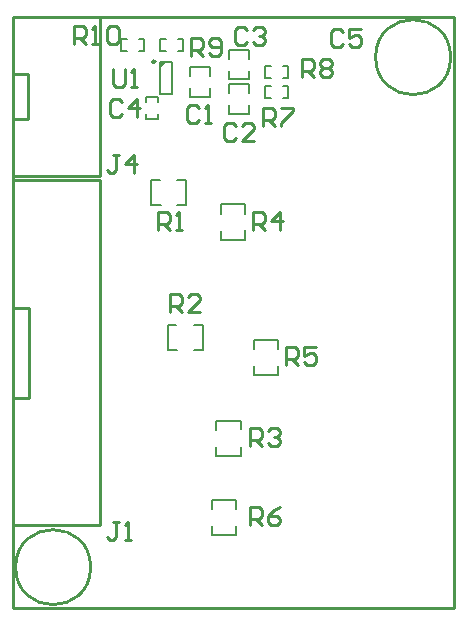
<source format=gto>
G04 Layer_Color=65535*
%FSAX24Y24*%
%MOIN*%
G70*
G01*
G75*
%ADD16C,0.0100*%
%ADD42C,0.0050*%
%ADD43C,0.0060*%
G36*
X005050Y018112D02*
Y018333D01*
X005271D01*
X005050Y018112D01*
D02*
G37*
D16*
X004906Y018351D02*
G03*
X004906Y018351I-000050J000000D01*
G01*
X002750Y001500D02*
G03*
X002750Y001500I-001250J000000D01*
G01*
X014750Y018500D02*
G03*
X014750Y018500I-001250J000000D01*
G01*
X000150Y000150D02*
Y019850D01*
X014850D01*
Y000150D02*
Y019850D01*
X000150Y000150D02*
X014850D01*
X000150Y014550D02*
X003050D01*
Y019850D01*
X000150D02*
X003050D01*
X000150Y014550D02*
Y019850D01*
Y016450D02*
X000650D01*
Y017950D01*
X000150D02*
X000650D01*
X000150Y002900D02*
Y014400D01*
X003050D01*
X000150Y002900D02*
X003050D01*
Y014400D01*
X000150Y010150D02*
X000700D01*
Y007150D02*
Y010150D01*
X000150Y007150D02*
X000700D01*
X006100Y018550D02*
Y019150D01*
X006400D01*
X006500Y019050D01*
Y018850D01*
X006400Y018750D01*
X006100D01*
X006300D02*
X006500Y018550D01*
X006700Y018650D02*
X006800Y018550D01*
X007000D01*
X007100Y018650D01*
Y019050D01*
X007000Y019150D01*
X006800D01*
X006700Y019050D01*
Y018950D01*
X006800Y018850D01*
X007100D01*
X003700Y015250D02*
X003500D01*
X003600D01*
Y014750D01*
X003500Y014650D01*
X003400D01*
X003300Y014750D01*
X004200Y014650D02*
Y015250D01*
X003900Y014950D01*
X004300D01*
X003700Y003000D02*
X003500D01*
X003600D01*
Y002500D01*
X003500Y002400D01*
X003400D01*
X003300Y002500D01*
X003900Y002400D02*
X004100D01*
X004000D01*
Y003000D01*
X003900Y002900D01*
X003505Y018100D02*
Y017600D01*
X003605Y017500D01*
X003805D01*
X003905Y017600D01*
Y018100D01*
X004105Y017500D02*
X004305D01*
X004205D01*
Y018100D01*
X004105Y018000D01*
X008050Y002900D02*
Y003500D01*
X008350D01*
X008450Y003400D01*
Y003200D01*
X008350Y003100D01*
X008050D01*
X008250D02*
X008450Y002900D01*
X009050Y003500D02*
X008850Y003400D01*
X008650Y003200D01*
Y003000D01*
X008750Y002900D01*
X008950D01*
X009050Y003000D01*
Y003100D01*
X008950Y003200D01*
X008650D01*
X009250Y008239D02*
Y008839D01*
X009550D01*
X009650Y008739D01*
Y008539D01*
X009550Y008439D01*
X009250D01*
X009450D02*
X009650Y008239D01*
X010250Y008839D02*
X009850D01*
Y008539D01*
X010050Y008639D01*
X010150D01*
X010250Y008539D01*
Y008339D01*
X010150Y008239D01*
X009950D01*
X009850Y008339D01*
X008150Y012750D02*
Y013350D01*
X008450D01*
X008550Y013250D01*
Y013050D01*
X008450Y012950D01*
X008150D01*
X008350D02*
X008550Y012750D01*
X009050D02*
Y013350D01*
X008750Y013050D01*
X009150D01*
X008050Y005539D02*
Y006139D01*
X008350D01*
X008450Y006039D01*
Y005839D01*
X008350Y005739D01*
X008050D01*
X008250D02*
X008450Y005539D01*
X008650Y006039D02*
X008750Y006139D01*
X008950D01*
X009050Y006039D01*
Y005939D01*
X008950Y005839D01*
X008850D01*
X008950D01*
X009050Y005739D01*
Y005639D01*
X008950Y005539D01*
X008750D01*
X008650Y005639D01*
X005406Y010000D02*
Y010600D01*
X005705D01*
X005805Y010500D01*
Y010300D01*
X005705Y010200D01*
X005406D01*
X005605D02*
X005805Y010000D01*
X006405D02*
X006005D01*
X006405Y010400D01*
Y010500D01*
X006305Y010600D01*
X006105D01*
X006005Y010500D01*
X005000Y012750D02*
Y013350D01*
X005300D01*
X005400Y013250D01*
Y013050D01*
X005300Y012950D01*
X005000D01*
X005200D02*
X005400Y012750D01*
X005600D02*
X005800D01*
X005700D01*
Y013350D01*
X005600Y013250D01*
X006350Y016800D02*
X006250Y016900D01*
X006050D01*
X005950Y016800D01*
Y016400D01*
X006050Y016300D01*
X006250D01*
X006350Y016400D01*
X006550Y016300D02*
X006750D01*
X006650D01*
Y016900D01*
X006550Y016800D01*
X007600Y016200D02*
X007500Y016300D01*
X007300D01*
X007200Y016200D01*
Y015800D01*
X007300Y015700D01*
X007500D01*
X007600Y015800D01*
X008200Y015700D02*
X007800D01*
X008200Y016100D01*
Y016200D01*
X008100Y016300D01*
X007900D01*
X007800Y016200D01*
X007950Y019400D02*
X007850Y019500D01*
X007650D01*
X007550Y019400D01*
Y019000D01*
X007650Y018900D01*
X007850D01*
X007950Y019000D01*
X008150Y019400D02*
X008250Y019500D01*
X008450D01*
X008550Y019400D01*
Y019300D01*
X008450Y019200D01*
X008350D01*
X008450D01*
X008550Y019100D01*
Y019000D01*
X008450Y018900D01*
X008250D01*
X008150Y019000D01*
X008500Y016200D02*
Y016800D01*
X008800D01*
X008900Y016700D01*
Y016500D01*
X008800Y016400D01*
X008500D01*
X008700D02*
X008900Y016200D01*
X009100Y016800D02*
X009500D01*
Y016700D01*
X009100Y016300D01*
Y016200D01*
X009800Y017850D02*
Y018450D01*
X010100D01*
X010200Y018350D01*
Y018150D01*
X010100Y018050D01*
X009800D01*
X010000D02*
X010200Y017850D01*
X010400Y018350D02*
X010500Y018450D01*
X010700D01*
X010800Y018350D01*
Y018250D01*
X010700Y018150D01*
X010800Y018050D01*
Y017950D01*
X010700Y017850D01*
X010500D01*
X010400Y017950D01*
Y018050D01*
X010500Y018150D01*
X010400Y018250D01*
Y018350D01*
X010500Y018150D02*
X010700D01*
X003800Y017000D02*
X003700Y017100D01*
X003500D01*
X003400Y017000D01*
Y016600D01*
X003500Y016500D01*
X003700D01*
X003800Y016600D01*
X004300Y016500D02*
Y017100D01*
X004000Y016800D01*
X004400D01*
X011150Y019350D02*
X011050Y019450D01*
X010850D01*
X010750Y019350D01*
Y018950D01*
X010850Y018850D01*
X011050D01*
X011150Y018950D01*
X011750Y019450D02*
X011350D01*
Y019150D01*
X011550Y019250D01*
X011650D01*
X011750Y019150D01*
Y018950D01*
X011650Y018850D01*
X011450D01*
X011350Y018950D01*
X002210Y018954D02*
Y019554D01*
X002510D01*
X002610Y019454D01*
Y019254D01*
X002510Y019154D01*
X002210D01*
X002410D02*
X002610Y018954D01*
X002810D02*
X003010D01*
X002910D01*
Y019554D01*
X002810Y019454D01*
X003310D02*
X003410Y019554D01*
X003609D01*
X003709Y019454D01*
Y019054D01*
X003609Y018954D01*
X003410D01*
X003310Y019054D01*
Y019454D01*
D42*
X005050Y018333D02*
X005450D01*
X005450Y017270D01*
X005050D02*
X005450D01*
X005050D02*
X005050Y018333D01*
D43*
X007365Y016608D02*
Y016903D01*
Y016608D02*
X008035D01*
Y016903D01*
Y017297D02*
Y017592D01*
X007365D02*
X008035D01*
X007365Y017297D02*
Y017592D01*
X008035Y018447D02*
Y018742D01*
X007365D02*
X008035D01*
X007365Y018447D02*
Y018742D01*
Y017758D02*
Y018053D01*
Y017758D02*
X008035D01*
Y018053D01*
X004603Y016426D02*
Y016603D01*
Y016426D02*
X004997D01*
Y016603D01*
Y016997D02*
Y017174D01*
X004603D02*
X004997D01*
X004603Y016997D02*
Y017174D01*
X006735Y017872D02*
Y018167D01*
X006065D02*
X006735D01*
X006065Y017872D02*
Y018167D01*
Y017183D02*
Y017478D01*
Y017183D02*
X006735D01*
Y017478D01*
X003776Y018703D02*
X003953D01*
X003776D02*
Y019097D01*
X003953D01*
X004347D02*
X004524D01*
Y018703D02*
Y019097D01*
X004347Y018703D02*
X004524D01*
X005650Y019097D02*
X005827D01*
Y018703D02*
Y019097D01*
X005650Y018703D02*
X005827D01*
X005079D02*
X005256D01*
X005079D02*
Y019097D01*
X005256D01*
X009147Y018197D02*
X009324D01*
Y017803D02*
Y018197D01*
X009147Y017803D02*
X009324D01*
X008576D02*
X008753D01*
X008576D02*
Y018197D01*
X008753D01*
X009147Y017547D02*
X009324D01*
Y017153D02*
Y017547D01*
X009147Y017153D02*
X009324D01*
X008576D02*
X008753D01*
X008576D02*
Y017547D01*
X008753D01*
X005631Y013587D02*
X005946D01*
X005631Y014413D02*
X005946D01*
X004765D02*
X005060D01*
X004765Y013587D02*
X005080D01*
X005946D02*
Y014413D01*
X004765Y013587D02*
Y014413D01*
X006181Y008737D02*
X006496D01*
X006181Y009563D02*
X006496D01*
X005315D02*
X005610D01*
X005315Y008737D02*
X005630D01*
X006496D02*
Y009563D01*
X005315Y008737D02*
Y009563D01*
X006937Y005204D02*
Y005519D01*
X007763Y005204D02*
Y005519D01*
Y006090D02*
Y006385D01*
X006937Y006070D02*
Y006385D01*
Y005204D02*
X007763D01*
X006937Y006385D02*
X007763D01*
X007913Y013281D02*
Y013596D01*
X007087Y013281D02*
Y013596D01*
Y012415D02*
Y012710D01*
X007913Y012415D02*
Y012730D01*
X007087Y013596D02*
X007913D01*
X007087Y012415D02*
X007913D01*
X009013Y008770D02*
Y009085D01*
X008187Y008770D02*
Y009085D01*
Y007904D02*
Y008199D01*
X009013Y007904D02*
Y008219D01*
X008187Y009085D02*
X009013D01*
X008187Y007904D02*
X009013D01*
X006787Y002565D02*
Y002880D01*
X007613Y002565D02*
Y002880D01*
Y003451D02*
Y003746D01*
X006787Y003431D02*
Y003746D01*
Y002565D02*
X007613D01*
X006787Y003746D02*
X007613D01*
M02*

</source>
